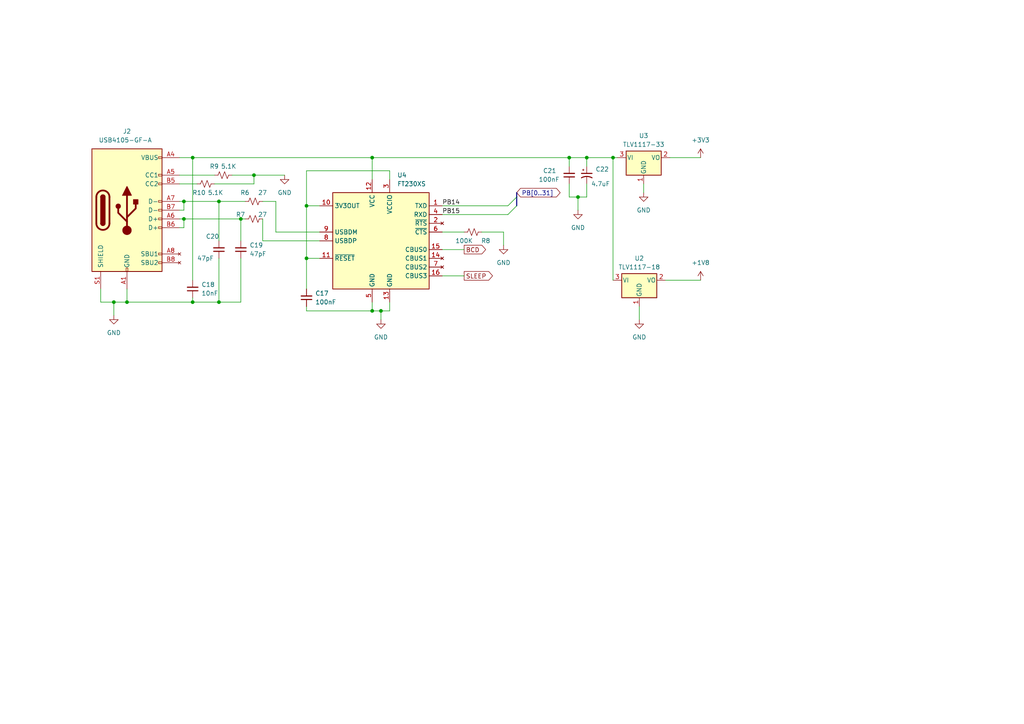
<source format=kicad_sch>
(kicad_sch (version 20230121) (generator eeschema)
  (paper "A4")
  (lib_symbols
    (symbol "Device:C_Polarized_Small_US" (pin_numbers hide) (pin_names (offset 0.254) hide)
      (property "Reference" "C" (at 0.254 1.778 0))
      (property "Value" "C_Polarized_Small_US" (at 0.254 -2.032 0))
      (symbol "C_Polarized_Small_US_0_1"
        (polyline (pts (xy -1.524 0.508) (xy 1.524 0.508)) (stroke (width 0.3048)))
        (polyline (pts (xy -1.27 1.524) (xy -0.762 1.524)))
        (polyline (pts (xy -1.016 1.27) (xy -1.016 1.778)))
        (arc (start 1.524 -0.762) (mid 0 -0.3734) (end -1.524 -0.762) (stroke (width 0.3048)))
      )
      (symbol "C_Polarized_Small_US_1_1"
        (pin passive line (at 0 2.54 270) (length 2.032) (name "~") (number "1"))
        (pin passive line (at 0 -2.54 90) (length 2.032) (name "~") (number "2"))
      )
    )
    (symbol "Device:C_Small" (pin_numbers hide) (pin_names (offset 0.254) hide)
      (property "Reference" "C" (at 0.254 1.778 0))
      (property "Value" "C_Small" (at 0.254 -2.032 0))
      (symbol "C_Small_0_1"
        (polyline (pts (xy -1.524 -0.508) (xy 1.524 -0.508)) (stroke (width 0.3302)))
        (polyline (pts (xy -1.524 0.508) (xy 1.524 0.508)) (stroke (width 0.3048)))
      )
      (symbol "C_Small_1_1"
        (pin passive line (at 0 2.54 270) (length 2.032) (name "~") (number "1"))
        (pin passive line (at 0 -2.54 90) (length 2.032) (name "~") (number "2"))
      )
    )
    (symbol "Device:R_Small_US" (pin_numbers hide) (pin_names (offset 0.254) hide)
      (property "Reference" "R" (at 0.762 0.508 0))
      (property "Value" "R_Small_US" (at 0.762 -1.016 0))
      (symbol "R_Small_US_1_1"
        (polyline (pts (xy 0 0) (xy 1.016 -0.381) (xy 0 -0.762) (xy -1.016 -1.143) (xy 0 -1.524)))
        (polyline (pts (xy 0 1.524) (xy 1.016 1.143) (xy 0 0.762) (xy -1.016 0.381) (xy 0 0)))
        (pin passive line (at 0 2.54 270) (length 1.016) (name "~") (number "1"))
        (pin passive line (at 0 -2.54 90) (length 1.016) (name "~") (number "2"))
      )
    )
    (symbol "Interface_USB:FT230XS"
      (property "Reference" "U4" (at 4.7341 19.05 0))
      (property "Value" "FT230XS" (at 4.7341 16.51 0))
      (symbol "FT230XS_0_1"
        (rectangle (start -13.97 13.97) (end 13.97 -13.97) (stroke (width 0.254)) (fill (type background)))
      )
      (symbol "FT230XS_1_1"
        (pin output line (at 17.78 10.16 180) (length 3.81) (name "TXD") (number "1"))
        (pin power_out line (at -17.78 10.16 0) (length 3.81) (name "3V3OUT") (number "10"))
        (pin input line (at -17.78 -5.08 0) (length 3.81) (name "~{RESET}") (number "11"))
        (pin power_in line (at -2.54 17.78 270) (length 3.81) (name "VCC") (number "12"))
        (pin power_in line (at 2.54 -17.78 90) (length 3.81) (name "GND") (number "13"))
        (pin no_connect line (at 17.78 -5.08 180) (length 3.81) (name "CBUS1") (number "14"))
        (pin bidirectional line (at 17.78 -2.54 180) (length 3.81) (name "CBUS0") (number "15"))
        (pin bidirectional line (at 17.78 -10.16 180) (length 3.81) (name "CBUS3") (number "16"))
        (pin no_connect line (at 17.78 5.08 180) (length 3.81) (name "~{RTS}") (number "2"))
        (pin power_in line (at 2.54 17.78 270) (length 3.81) (name "VCCIO") (number "3"))
        (pin input line (at 17.78 7.62 180) (length 3.81) (name "RXD") (number "4"))
        (pin power_in line (at -2.54 -17.78 90) (length 3.81) (name "GND") (number "5"))
        (pin input line (at 17.78 2.54 180) (length 3.81) (name "~{CTS}") (number "6"))
        (pin no_connect line (at 17.78 -7.62 180) (length 3.81) (name "CBUS2") (number "7"))
        (pin bidirectional line (at -17.78 0 0) (length 3.81) (name "USBDP") (number "8"))
        (pin bidirectional line (at -17.78 2.54 0) (length 3.81) (name "USBDM") (number "9"))
      )
    )
    (symbol "Regulator_Linear:TLV1117-18" (pin_names (offset 0.254))
      (property "Reference" "U" (at -3.81 3.175 0))
      (property "Value" "TLV1117-18" (at 0 3.175 0))
      (symbol "TLV1117-18_0_1"
        (rectangle (start -5.08 -5.08) (end 5.08 1.905) (stroke (width 0.254)) (fill (type background)))
      )
      (symbol "TLV1117-18_1_1"
        (pin power_in line (at 0 -7.62 90) (length 2.54) (name "GND") (number "1"))
        (pin power_out line (at 7.62 0 180) (length 2.54) (name "VO") (number "2"))
        (pin power_in line (at -7.62 0 0) (length 2.54) (name "VI") (number "3"))
      )
    )
    (symbol "Regulator_Linear:TLV1117-33" (pin_names (offset 0.254))
      (property "Reference" "U" (at -3.81 3.175 0))
      (property "Value" "TLV1117-33" (at 0 3.175 0))
      (symbol "TLV1117-33_0_1"
        (rectangle (start -5.08 -5.08) (end 5.08 1.905) (stroke (width 0.254)) (fill (type background)))
      )
      (symbol "TLV1117-33_1_1"
        (pin power_in line (at 0 -7.62 90) (length 2.54) (name "GND") (number "1"))
        (pin power_out line (at 7.62 0 180) (length 2.54) (name "VO") (number "2"))
        (pin power_in line (at -7.62 0 0) (length 2.54) (name "VI") (number "3"))
      )
    )
    (symbol "USB_C_Receptacle_USB2.0_16P_1" (pin_names (offset 1.016))
      (property "Reference" "J2" (at 0 22.86 0))
      (property "Value" "USB4105-GF-A " (at 0 20.32 0))
      (symbol "USB_C_Receptacle_USB2.0_16P_1_0_0"
        (rectangle (start -0.254 -17.78) (end 0.254 -16.764))
        (rectangle (start 10.16 -14.986) (end 9.144 -15.494))
        (rectangle (start 10.16 -12.446) (end 9.144 -12.954))
        (rectangle (start 10.16 -4.826) (end 9.144 -5.334))
        (rectangle (start 10.16 -2.286) (end 9.144 -2.794))
        (rectangle (start 10.16 0.254) (end 9.144 -0.254))
        (rectangle (start 10.16 2.794) (end 9.144 2.286))
        (rectangle (start 10.16 7.874) (end 9.144 7.366))
        (rectangle (start 10.16 10.414) (end 9.144 9.906))
        (rectangle (start 10.16 15.494) (end 9.144 14.986))
      )
      (symbol "USB_C_Receptacle_USB2.0_16P_1_0_1"
        (rectangle (start -10.16 17.78) (end 10.16 -17.78) (stroke (width 0.254)) (fill (type background)))
        (arc (start -8.89 -3.81) (mid -6.985 -5.7067) (end -5.08 -3.81) (stroke (width 0.508)))
        (arc (start -7.62 -3.81) (mid -6.985 -4.4423) (end -6.35 -3.81) (stroke (width 0.254)))
        (arc (start -7.62 -3.81) (mid -6.985 -4.4423) (end -6.35 -3.81) (stroke (width 0.254)) (fill (type outline)))
        (rectangle (start -7.62 -3.81) (end -6.35 3.81) (stroke (width 0.254)) (fill (type outline)))
        (arc (start -6.35 3.81) (mid -6.985 4.4423) (end -7.62 3.81) (stroke (width 0.254)))
        (arc (start -6.35 3.81) (mid -6.985 4.4423) (end -7.62 3.81) (stroke (width 0.254)) (fill (type outline)))
        (arc (start -5.08 3.81) (mid -6.985 5.7067) (end -8.89 3.81) (stroke (width 0.508)))
        (circle (center -2.54 1.143) (radius 0.635) (stroke (width 0.254)) (fill (type outline)))
        (circle (center 0 -5.842) (radius 1.27) (fill (type outline)))
        (polyline (pts (xy -8.89 -3.81) (xy -8.89 3.81)) (stroke (width 0.508)))
        (polyline (pts (xy -5.08 3.81) (xy -5.08 -3.81)) (stroke (width 0.508)))
        (polyline (pts (xy 0 -5.842) (xy 0 4.318)) (stroke (width 0.508)))
        (polyline (pts (xy 0 -3.302) (xy -2.54 -0.762) (xy -2.54 0.508)) (stroke (width 0.508)))
        (polyline (pts (xy 0 -2.032) (xy 2.54 0.508) (xy 2.54 1.778)) (stroke (width 0.508)))
        (polyline (pts (xy -1.27 4.318) (xy 0 6.858) (xy 1.27 4.318) (xy -1.27 4.318)) (stroke (width 0.254)) (fill (type outline)))
        (rectangle (start 1.905 1.778) (end 3.175 3.048) (stroke (width 0.254)) (fill (type outline)))
      )
      (symbol "USB_C_Receptacle_USB2.0_16P_1_1_1"
        (pin power_out line (at 0 -22.86 90) (length 5.08) (name "GND") (number "A1"))
        (pin power_out line (at 0 -22.86 90) (length 5.08) hide (name "GND") (number "A12"))
        (pin power_out line (at 15.24 15.24 180) (length 5.08) (name "VBUS") (number "A4"))
        (pin bidirectional line (at 15.24 10.16 180) (length 5.08) (name "CC1") (number "A5"))
        (pin bidirectional line (at 15.24 -2.54 180) (length 5.08) (name "D+") (number "A6"))
        (pin bidirectional line (at 15.24 2.54 180) (length 5.08) (name "D-") (number "A7"))
        (pin no_connect line (at 15.24 -12.7 180) (length 5.08) (name "SBU1") (number "A8"))
        (pin power_out line (at 15.24 15.24 180) (length 5.08) hide (name "VBUS") (number "A9"))
        (pin power_out line (at 0 -22.86 90) (length 5.08) hide (name "GND") (number "B1"))
        (pin power_out line (at 0 -22.86 90) (length 5.08) hide (name "GND") (number "B12"))
        (pin power_out line (at 15.24 15.24 180) (length 5.08) hide (name "VBUS") (number "B4"))
        (pin bidirectional line (at 15.24 7.62 180) (length 5.08) (name "CC2") (number "B5"))
        (pin bidirectional line (at 15.24 -5.08 180) (length 5.08) (name "D+") (number "B6"))
        (pin bidirectional line (at 15.24 0 180) (length 5.08) (name "D-") (number "B7"))
        (pin no_connect line (at 15.24 -15.24 180) (length 5.08) (name "SBU2") (number "B8"))
        (pin power_out line (at 15.24 15.24 180) (length 5.08) hide (name "VBUS") (number "B9"))
        (pin passive line (at -7.62 -22.86 90) (length 5.08) (name "SHIELD") (number "S1"))
      )
    )
    (symbol "power:+1V8" (power) (pin_names (offset 0))
      (property "Value" "+1V8" (at 0 3.556 0))
      (symbol "+1V8_0_1"
        (polyline (pts (xy -0.762 1.27) (xy 0 2.54)))
        (polyline (pts (xy 0 0) (xy 0 2.54)))
        (polyline (pts (xy 0 2.54) (xy 0.762 1.27)))
      )
      (symbol "+1V8_1_1"
        (pin power_in line (at 0 0 90) (length 0) hide (name "+1V8") (number "1"))
      )
    )
    (symbol "power:+3V3" (power) (pin_names (offset 0))
      (property "Value" "+3V3" (at 0 3.556 0))
      (symbol "+3V3_0_1"
        (polyline (pts (xy -0.762 1.27) (xy 0 2.54)))
        (polyline (pts (xy 0 0) (xy 0 2.54)))
        (polyline (pts (xy 0 2.54) (xy 0.762 1.27)))
      )
      (symbol "+3V3_1_1"
        (pin power_in line (at 0 0 90) (length 0) hide (name "+3V3") (number "1"))
      )
    )
    (symbol "power:GND" (power) (pin_names (offset 0))
      (property "Value" "GND" (at 0 -3.81 0))
      (symbol "GND_0_1"
        (polyline (pts (xy 0 0) (xy 0 -1.27) (xy 1.27 -1.27) (xy 0 -2.54) (xy -1.27 -1.27) (xy 0 -1.27)))
      )
      (symbol "GND_1_1"
        (pin power_in line (at 0 0 270) (length 0) hide (name "GND") (number "1"))
      )
    )
  )
  (junction (at 63.5 58.42))
  (junction (at 53.34 63.5))
  (junction (at 110.49 90.17))
  (junction (at 88.9 74.93))
  (junction (at 165.1 45.72))
  (junction (at 73.66 50.8))
  (junction (at 88.9 59.69))
  (junction (at 33.02 87.63))
  (junction (at 107.95 90.17))
  (junction (at 170.18 45.72))
  (junction (at 53.34 58.42))
  (junction (at 55.88 45.72))
  (junction (at 63.5 87.63))
  (junction (at 167.64 57.15))
  (junction (at 36.83 87.63))
  (junction (at 177.8 45.72))
  (junction (at 69.85 63.5))
  (junction (at 107.95 45.72))
  (junction (at 55.88 87.63))
  (bus_entry (at 149.86 59.69) (size -2.54 2.54))
  (bus_entry (at 149.86 57.15) (size -2.54 2.54))
  (wire (pts (xy 63.5 87.63) (xy 69.85 87.63)))
  (wire (pts (xy 33.02 87.63) (xy 33.02 91.44)))
  (wire (pts (xy 185.42 88.9) (xy 185.42 92.71)))
  (wire (pts (xy 110.49 90.17) (xy 113.03 90.17)))
  (wire (pts (xy 194.31 45.72) (xy 203.2 45.72)))
  (wire (pts (xy 177.8 45.72) (xy 179.07 45.72)))
  (wire (pts (xy 170.18 45.72) (xy 177.8 45.72)))
  (wire (pts (xy 170.18 53.34) (xy 170.18 57.15)))
  (wire (pts (xy 63.5 58.42) (xy 63.5 69.85)))
  (wire (pts (xy 73.66 50.8) (xy 82.55 50.8)))
  (wire (pts (xy 88.9 88.9) (xy 88.9 90.17)))
  (wire (pts (xy 55.88 45.72) (xy 55.88 81.28)))
  (wire (pts (xy 53.34 58.42) (xy 63.5 58.42)))
  (wire (pts (xy 165.1 45.72) (xy 170.18 45.72)))
  (wire (pts (xy 167.64 57.15) (xy 170.18 57.15)))
  (wire (pts (xy 36.83 83.82) (xy 36.83 87.63)))
  (wire (pts (xy 107.95 45.72) (xy 107.95 52.07)))
  (wire (pts (xy 52.07 60.96) (xy 53.34 60.96)))
  (wire (pts (xy 52.07 63.5) (xy 53.34 63.5)))
  (wire (pts (xy 62.23 53.34) (xy 73.66 53.34)))
  (wire (pts (xy 146.05 71.12) (xy 146.05 67.31)))
  (wire (pts (xy 170.18 45.72) (xy 170.18 48.26)))
  (wire (pts (xy 113.03 52.07) (xy 113.03 49.53)))
  (wire (pts (xy 80.01 67.31) (xy 92.71 67.31)))
  (wire (pts (xy 29.21 83.82) (xy 29.21 87.63)))
  (wire (pts (xy 29.21 87.63) (xy 33.02 87.63)))
  (wire (pts (xy 73.66 50.8) (xy 73.66 53.34)))
  (wire (pts (xy 165.1 53.34) (xy 165.1 57.15)))
  (wire (pts (xy 76.2 69.85) (xy 76.2 63.5)))
  (wire (pts (xy 88.9 74.93) (xy 92.71 74.93)))
  (wire (pts (xy 69.85 74.93) (xy 69.85 87.63)))
  (wire (pts (xy 88.9 49.53) (xy 88.9 59.69)))
  (wire (pts (xy 55.88 86.36) (xy 55.88 87.63)))
  (wire (pts (xy 88.9 59.69) (xy 88.9 74.93)))
  (wire (pts (xy 113.03 87.63) (xy 113.03 90.17)))
  (wire (pts (xy 55.88 87.63) (xy 63.5 87.63)))
  (wire (pts (xy 36.83 87.63) (xy 55.88 87.63)))
  (wire (pts (xy 107.95 90.17) (xy 110.49 90.17)))
  (wire (pts (xy 88.9 74.93) (xy 88.9 83.82)))
  (wire (pts (xy 63.5 58.42) (xy 71.12 58.42)))
  (wire (pts (xy 107.95 87.63) (xy 107.95 90.17)))
  (wire (pts (xy 165.1 45.72) (xy 165.1 48.26)))
  (wire (pts (xy 67.31 50.8) (xy 73.66 50.8)))
  (wire (pts (xy 177.8 45.72) (xy 177.8 81.28)))
  (wire (pts (xy 55.88 45.72) (xy 107.95 45.72)))
  (wire (pts (xy 52.07 53.34) (xy 57.15 53.34)))
  (bus (pts (xy 149.86 57.15) (xy 149.86 59.69)))
  (wire (pts (xy 52.07 45.72) (xy 55.88 45.72)))
  (wire (pts (xy 193.04 81.28) (xy 203.2 81.28)))
  (wire (pts (xy 33.02 87.63) (xy 36.83 87.63)))
  (wire (pts (xy 139.7 67.31) (xy 146.05 67.31)))
  (wire (pts (xy 53.34 58.42) (xy 53.34 60.96)))
  (wire (pts (xy 165.1 57.15) (xy 167.64 57.15)))
  (wire (pts (xy 52.07 58.42) (xy 53.34 58.42)))
  (wire (pts (xy 128.27 67.31) (xy 134.62 67.31)))
  (wire (pts (xy 52.07 50.8) (xy 62.23 50.8)))
  (wire (pts (xy 63.5 74.93) (xy 63.5 87.63)))
  (wire (pts (xy 113.03 49.53) (xy 88.9 49.53)))
  (wire (pts (xy 128.27 72.39) (xy 134.62 72.39)))
  (wire (pts (xy 186.69 53.34) (xy 186.69 55.88)))
  (wire (pts (xy 107.95 45.72) (xy 165.1 45.72)))
  (wire (pts (xy 88.9 59.69) (xy 92.71 59.69)))
  (wire (pts (xy 52.07 66.04) (xy 53.34 66.04)))
  (wire (pts (xy 167.64 57.15) (xy 167.64 60.96)))
  (wire (pts (xy 128.27 80.01) (xy 134.62 80.01)))
  (wire (pts (xy 69.85 63.5) (xy 71.12 63.5)))
  (bus (pts (xy 149.86 55.88) (xy 149.86 57.15)))
  (wire (pts (xy 53.34 63.5) (xy 53.34 66.04)))
  (wire (pts (xy 76.2 58.42) (xy 80.01 58.42)))
  (wire (pts (xy 128.27 62.23) (xy 147.32 62.23)))
  (wire (pts (xy 128.27 59.69) (xy 147.32 59.69)))
  (wire (pts (xy 69.85 63.5) (xy 69.85 69.85)))
  (wire (pts (xy 92.71 69.85) (xy 76.2 69.85)))
  (wire (pts (xy 80.01 58.42) (xy 80.01 67.31)))
  (wire (pts (xy 88.9 90.17) (xy 107.95 90.17)))
  (wire (pts (xy 110.49 90.17) (xy 110.49 92.71)))
  (wire (pts (xy 53.34 63.5) (xy 69.85 63.5)))
  (label "PB14" (at 128.27 59.69 0))
  (label "PB15" (at 128.27 62.23 0))
  (global_label "BCD" (shape output) (at 134.62 72.39 0) (property "Intersheetrefs" "${INTERSHEET_REFS}" (effects hide)))
  (global_label "SLEEP" (shape output) (at 134.62 80.01 0) (property "Intersheetrefs" "${INTERSHEET_REFS}" (effects hide)))
  (global_label "PB[0..31]" (shape bidirectional) (at 149.86 55.88 0) (property "Intersheetrefs" "${INTERSHEET_REFS}" (effects hide)))
  (symbol (lib_id "Device:C_Small") (at 88.9 86.36 180) (unit 1)
    (property "Reference" "C17" (at 91.44 85.0836 0) (effects (justify right)))
    (property "Value" "100nF" (at 91.44 87.6236 0) (effects (justify right)))
    (property "Footprint" "Capacitor_SMD:C_0805_2012Metric" (effects hide))
  )
  (symbol (lib_id "power:+3V3") (at 203.2 45.72 0) (unit 1)
    (property "Reference" "#PWR020" (effects hide))
    (property "Value" "+3V3" (at 203.2 40.64 0))
  )
  (symbol (lib_id "power:+1V8") (at 203.2 81.28 0) (unit 1)
    (property "Reference" "#PWR021" (effects hide))
    (property "Value" "+1V8" (at 203.2 76.2 0))
  )
  (symbol (lib_id "Device:R_Small_US") (at 73.66 63.5 90) (unit 1)
    (property "Reference" "R7" (at 71.12 62.23 90) (effects (justify left)))
    (property "Value" "27" (at 77.47 62.23 90) (effects (justify left)))
    (property "Footprint" "Resistor_SMD:R_0805_2012Metric" (effects hide))
  )
  (symbol (lib_id "Device:R_Small_US") (at 64.77 50.8 90) (unit 1)
    (property "Reference" "R9" (at 63.5 48.26 90) (effects (justify left)))
    (property "Value" "5.1K" (at 68.58 48.26 90) (effects (justify left)))
    (property "Footprint" "Resistor_SMD:R_0805_2012Metric" (effects hide))
  )
  (symbol (lib_id "power:GND") (at 185.42 92.71 0) (unit 1)
    (property "Reference" "#PWR014" (effects hide))
    (property "Value" "GND" (at 185.42 97.79 0))
  )
  (symbol (lib_id "power:GND") (at 82.55 50.8 0) (unit 1)
    (property "Reference" "#PWR018" (effects hide))
    (property "Value" "GND" (at 82.55 55.88 0))
  )
  (symbol (lib_id "Device:C_Polarized_Small_US") (at 170.18 50.8 0) (unit 1)
    (property "Reference" "C22" (at 172.72 49.0982 0) (effects (justify left)))
    (property "Value" "4.7uF" (at 171.45 53.34 0) (effects (justify left)))
    (property "Footprint" "Capacitor_SMD:C_0805_2012Metric" (effects hide))
  )
  (symbol (lib_id "Regulator_Linear:TLV1117-18") (at 185.42 81.28 0) (unit 1)
    (property "Reference" "U2" (at 185.42 74.93 0))
    (property "Value" "TLV1117-18" (at 185.42 77.47 0))
    (property "Footprint" "Package_TO_SOT_SMD:SOT-223-3_TabPin2" (effects hide))
    (property "Datasheet" "http://www.ti.com/lit/ds/symlink/tlv1117.pdf" (effects hide))
  )
  (symbol (lib_id "Regulator_Linear:TLV1117-33") (at 186.69 45.72 0) (unit 1)
    (property "Reference" "U3" (at 186.69 39.37 0))
    (property "Value" "TLV1117-33" (at 186.69 41.91 0))
    (property "Footprint" "Package_TO_SOT_SMD:SOT-223-3_TabPin2" (effects hide))
    (property "Datasheet" "http://www.ti.com/lit/ds/symlink/tlv1117.pdf" (effects hide))
  )
  (symbol (lib_id "Device:R_Small_US") (at 137.16 67.31 90) (unit 1)
    (property "Reference" "R8" (at 142.24 69.85 90) (effects (justify left)))
    (property "Value" "100K" (at 137.16 69.85 90) (effects (justify left)))
    (property "Footprint" "Resistor_SMD:R_0805_2012Metric" (effects hide))
  )
  (symbol (lib_id "Interface_USB:FT230XS") (at 110.49 69.85 0) (unit 1)
    (property "Reference" "U4" (at 115.2241 50.8 0) (effects (justify left)))
    (property "Value" "FT230XS" (at 115.2241 53.34 0) (effects (justify left)))
    (property "Footprint" "Package_SO:SSOP-16_3.9x4.9mm_P0.635mm" (effects hide))
    (property "Datasheet" "https://www.ftdichip.com/Support/Documents/DataSheets/ICs/DS_FT230X.pdf" (effects hide))
  )
  (symbol (lib_id "Device:C_Small") (at 165.1 50.8 180) (unit 1)
    (property "Reference" "C21" (at 157.48 49.53 0) (effects (justify right)))
    (property "Value" "100nF" (at 156.21 52.07 0) (effects (justify right)))
    (property "Footprint" "Capacitor_SMD:C_0805_2012Metric" (effects hide))
  )
  (symbol (lib_id "Device:R_Small_US") (at 73.66 58.42 90) (unit 1)
    (property "Reference" "R6" (at 72.39 55.88 90) (effects (justify left)))
    (property "Value" "27" (at 77.47 55.88 90) (effects (justify left)))
    (property "Footprint" "Resistor_SMD:R_0805_2012Metric" (effects hide))
  )
  (symbol (lib_id "power:GND") (at 186.69 55.88 0) (unit 1)
    (property "Reference" "#PWR013" (effects hide))
    (property "Value" "GND" (at 186.69 60.96 0))
  )
  (symbol (lib_id "Device:C_Small") (at 69.85 72.39 180) (unit 1)
    (property "Reference" "C19" (at 72.39 71.1136 0) (effects (justify right)))
    (property "Value" "47pF" (at 72.39 73.6536 0) (effects (justify right)))
    (property "Footprint" "Capacitor_SMD:C_0805_2012Metric" (effects hide))
  )
  (symbol (lib_id "Device:C_Small") (at 63.5 72.39 180) (unit 1)
    (property "Reference" "C20" (at 59.69 68.58 0) (effects (justify right)))
    (property "Value" "47pF" (at 57.15 74.93 0) (effects (justify right)))
    (property "Footprint" "Capacitor_SMD:C_0805_2012Metric" (effects hide))
  )
  (symbol (lib_id "power:GND") (at 146.05 71.12 0) (unit 1)
    (property "Reference" "#PWR016" (effects hide))
    (property "Value" "GND" (at 146.05 76.2 0))
  )
  (symbol (lib_id "Device:C_Small") (at 55.88 83.82 180) (unit 1)
    (property "Reference" "C18" (at 58.42 82.5436 0) (effects (justify right)))
    (property "Value" "10nF" (at 58.42 85.0836 0) (effects (justify right)))
    (property "Footprint" "Capacitor_SMD:C_0805_2012Metric" (effects hide))
  )
  (symbol (lib_id "power:GND") (at 110.49 92.71 0) (unit 1)
    (property "Reference" "#PWR015" (effects hide))
    (property "Value" "GND" (at 110.49 97.79 0))
  )
  (symbol (lib_id "Device:R_Small_US") (at 59.69 53.34 90) (unit 1)
    (property "Reference" "R10" (at 59.69 55.88 90) (effects (justify left)))
    (property "Value" "5.1K" (at 64.77 55.88 90) (effects (justify left)))
    (property "Footprint" "Resistor_SMD:R_0805_2012Metric" (effects hide))
  )
  (symbol (lib_name "USB_C_Receptacle_USB2.0_16P_1") (lib_id "Connector:USB_C_Receptacle_USB2.0_16P") (at 36.83 60.96 0) (unit 1)
    (property "Reference" "J2" (at 36.83 38.1 0))
    (property "Value" "USB4105-GF-A " (at 36.83 40.64 0))
    (property "Footprint" "Connector_USB:USB_C_Receptacle_GCT_USB4105-xx-A_16P_TopMnt_Horizontal" (effects hide))
    (property "Datasheet" "https://www.usb.org/sites/default/files/documents/usb_type-c.zip" (effects hide))
  )
  (symbol (lib_id "power:GND") (at 33.02 91.44 0) (unit 1)
    (property "Reference" "#PWR012" (effects hide))
    (property "Value" "GND" (at 33.02 96.52 0))
  )
  (symbol (lib_id "power:GND") (at 167.64 60.96 0) (unit 1)
    (property "Reference" "#PWR017" (effects hide))
    (property "Value" "GND" (at 167.64 66.04 0))
  )
)
</source>
